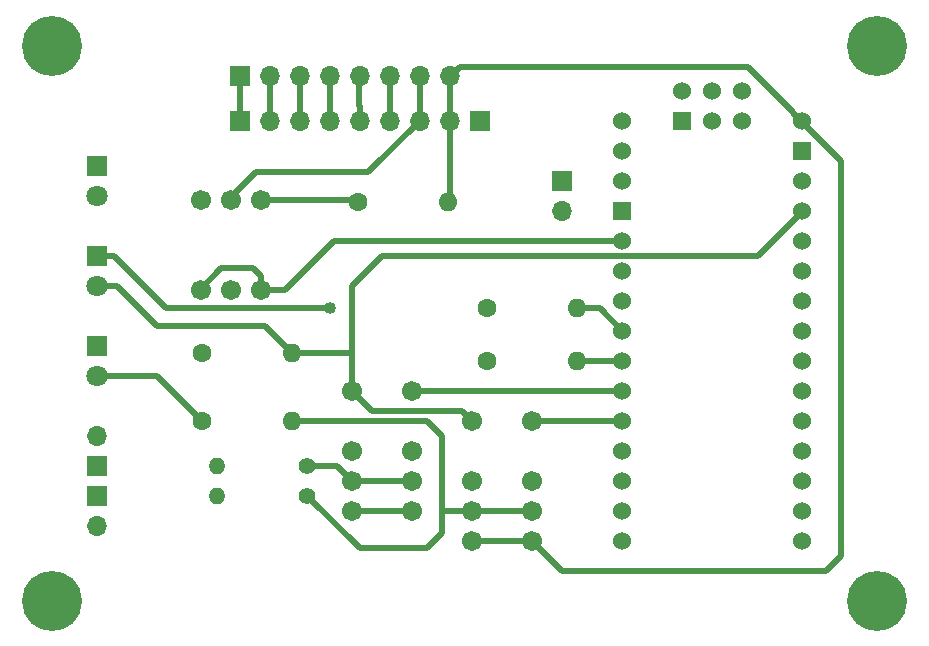
<source format=gbr>
G04 #@! TF.GenerationSoftware,KiCad,Pcbnew,(5.0.2)-1*
G04 #@! TF.CreationDate,2020-10-15T01:05:58-04:00*
G04 #@! TF.ProjectId,Sequencer,53657175-656e-4636-9572-2e6b69636164,TTGO V-2.8*
G04 #@! TF.SameCoordinates,Original*
G04 #@! TF.FileFunction,Copper,L1,Top*
G04 #@! TF.FilePolarity,Positive*
%FSLAX46Y46*%
G04 Gerber Fmt 4.6, Leading zero omitted, Abs format (unit mm)*
G04 Created by KiCad (PCBNEW (5.0.2)-1) date 10/15/2020 1:05:58 AM*
%MOMM*%
%LPD*%
G01*
G04 APERTURE LIST*
G04 #@! TA.AperFunction,ComponentPad*
%ADD10R,1.700000X1.700000*%
G04 #@! TD*
G04 #@! TA.AperFunction,ComponentPad*
%ADD11O,1.700000X1.700000*%
G04 #@! TD*
G04 #@! TA.AperFunction,ComponentPad*
%ADD12O,1.400000X1.400000*%
G04 #@! TD*
G04 #@! TA.AperFunction,ComponentPad*
%ADD13C,1.400000*%
G04 #@! TD*
G04 #@! TA.AperFunction,ComponentPad*
%ADD14C,1.701800*%
G04 #@! TD*
G04 #@! TA.AperFunction,ComponentPad*
%ADD15R,1.800000X1.800000*%
G04 #@! TD*
G04 #@! TA.AperFunction,ComponentPad*
%ADD16C,1.800000*%
G04 #@! TD*
G04 #@! TA.AperFunction,ComponentPad*
%ADD17C,1.600000*%
G04 #@! TD*
G04 #@! TA.AperFunction,ComponentPad*
%ADD18O,1.600000X1.600000*%
G04 #@! TD*
G04 #@! TA.AperFunction,ComponentPad*
%ADD19C,5.080000*%
G04 #@! TD*
G04 #@! TA.AperFunction,ComponentPad*
%ADD20C,1.524000*%
G04 #@! TD*
G04 #@! TA.AperFunction,ComponentPad*
%ADD21R,1.524000X1.524000*%
G04 #@! TD*
G04 #@! TA.AperFunction,ViaPad*
%ADD22C,1.016000*%
G04 #@! TD*
G04 #@! TA.AperFunction,Conductor*
%ADD23C,0.508000*%
G04 #@! TD*
G04 APERTURE END LIST*
D10*
G04 #@! TO.P,SW2,1*
G04 #@! TO.N,Net-(SW2-Pad1)*
X72390000Y-44450000D03*
D11*
G04 #@! TO.P,SW2,2*
G04 #@! TO.N,GND*
X72390000Y-46990000D03*
G04 #@! TD*
D12*
G04 #@! TO.P,FB2,2*
G04 #@! TO.N,Net-(FB2-Pad2)*
X43180000Y-71120000D03*
D13*
G04 #@! TO.P,FB2,1*
G04 #@! TO.N,/PREAMP_PWR*
X50800000Y-71120000D03*
G04 #@! TD*
G04 #@! TO.P,FB1,1*
G04 #@! TO.N,/SB-200_KEY*
X50800000Y-68580000D03*
D12*
G04 #@! TO.P,FB1,2*
G04 #@! TO.N,Net-(FB1-Pad2)*
X43180000Y-68580000D03*
G04 #@! TD*
D10*
G04 #@! TO.P,J5,1*
G04 #@! TO.N,GND*
X65405000Y-39370000D03*
G04 #@! TD*
D11*
G04 #@! TO.P,J3,2*
G04 #@! TO.N,GND*
X33020000Y-73660000D03*
D10*
G04 #@! TO.P,J3,1*
G04 #@! TO.N,Net-(FB2-Pad2)*
X33020000Y-71120000D03*
G04 #@! TD*
D14*
G04 #@! TO.P,K2,12*
G04 #@! TO.N,Net-(K2-Pad12)*
X69850000Y-64770000D03*
G04 #@! TO.P,K2,10*
G04 #@! TO.N,Net-(K2-Pad10)*
X69850000Y-69850000D03*
G04 #@! TO.P,K2,9*
G04 #@! TO.N,/PREAMP_PWR*
X69850000Y-72390000D03*
G04 #@! TO.P,K2,8*
G04 #@! TO.N,/+13V*
X69850000Y-74930000D03*
G04 #@! TO.P,K2,5*
X64770000Y-74930000D03*
G04 #@! TO.P,K2,4*
G04 #@! TO.N,/PREAMP_PWR*
X64770000Y-72390000D03*
G04 #@! TO.P,K2,3*
G04 #@! TO.N,Net-(K2-Pad3)*
X64770000Y-69850000D03*
G04 #@! TO.P,K2,1*
G04 #@! TO.N,/+5V*
X64770000Y-64770000D03*
G04 #@! TD*
D15*
G04 #@! TO.P,D3,1*
G04 #@! TO.N,GND*
X33020000Y-58420000D03*
D16*
G04 #@! TO.P,D3,2*
G04 #@! TO.N,Net-(D3-Pad2)*
X33020000Y-60960000D03*
G04 #@! TD*
D17*
G04 #@! TO.P,R5,1*
G04 #@! TO.N,Net-(D3-Pad2)*
X41910000Y-64770000D03*
D18*
G04 #@! TO.P,R5,2*
G04 #@! TO.N,/PREAMP_PWR*
X49530000Y-64770000D03*
G04 #@! TD*
D10*
G04 #@! TO.P,J2,1*
G04 #@! TO.N,Net-(FB1-Pad2)*
X33020000Y-68580000D03*
D11*
G04 #@! TO.P,J2,2*
G04 #@! TO.N,GND*
X33020000Y-66040000D03*
G04 #@! TD*
D10*
G04 #@! TO.P,J4,1*
G04 #@! TO.N,/TX_INH*
X45085000Y-35560000D03*
D11*
G04 #@! TO.P,J4,2*
G04 #@! TO.N,Net-(J1-Pad2)*
X47625000Y-35560000D03*
G04 #@! TO.P,J4,3*
G04 #@! TO.N,Net-(J1-Pad3)*
X50165000Y-35560000D03*
G04 #@! TO.P,J4,4*
G04 #@! TO.N,Net-(J1-Pad4)*
X52705000Y-35560000D03*
G04 #@! TO.P,J4,5*
G04 #@! TO.N,Net-(J1-Pad5)*
X55245000Y-35560000D03*
G04 #@! TO.P,J4,6*
G04 #@! TO.N,GND*
X57785000Y-35560000D03*
G04 #@! TO.P,J4,7*
G04 #@! TO.N,/PTT*
X60325000Y-35560000D03*
G04 #@! TO.P,J4,8*
G04 #@! TO.N,/+13V*
X62865000Y-35560000D03*
G04 #@! TD*
D19*
G04 #@! TO.P,H4,1*
G04 #@! TO.N,GND*
X99060000Y-33020000D03*
G04 #@! TD*
G04 #@! TO.P,H3,1*
G04 #@! TO.N,GND*
X29210000Y-80010000D03*
G04 #@! TD*
G04 #@! TO.P,H2,1*
G04 #@! TO.N,GND*
X99060000Y-80010000D03*
G04 #@! TD*
G04 #@! TO.P,H1,1*
G04 #@! TO.N,GND*
X29210000Y-33020000D03*
G04 #@! TD*
D20*
G04 #@! TO.P,U2,D12*
G04 #@! TO.N,Net-(U2-PadD12)*
X77470000Y-74930000D03*
G04 #@! TO.P,U2,D11*
G04 #@! TO.N,Net-(U2-PadD11)*
X77470000Y-72390000D03*
G04 #@! TO.P,U2,D10*
G04 #@! TO.N,Net-(U2-PadD10)*
X77470000Y-69850000D03*
G04 #@! TO.P,U2,D9*
G04 #@! TO.N,Net-(SW2-Pad1)*
X77470000Y-67310000D03*
G04 #@! TO.P,U2,D8*
G04 #@! TO.N,Net-(K2-Pad12)*
X77470000Y-64770000D03*
G04 #@! TO.P,U2,D7*
G04 #@! TO.N,Net-(K1-Pad12)*
X77470000Y-62230000D03*
G04 #@! TO.P,U2,D6*
G04 #@! TO.N,Net-(R4-Pad2)*
X77470000Y-59690000D03*
G04 #@! TO.P,U2,D5*
G04 #@! TO.N,Net-(R3-Pad2)*
X77470000Y-57150000D03*
G04 #@! TO.P,U2,D4*
G04 #@! TO.N,/TX_INH*
X77470000Y-54610000D03*
G04 #@! TO.P,U2,D3*
G04 #@! TO.N,Net-(U2-PadD3)*
X77470000Y-52070000D03*
G04 #@! TO.P,U2,D2*
G04 #@! TO.N,/TX_GROUND*
X77470000Y-49530000D03*
D21*
G04 #@! TO.P,U2,GND*
G04 #@! TO.N,GND*
X77470000Y-46990000D03*
D20*
G04 #@! TO.P,U2,RST_2*
G04 #@! TO.N,Net-(U2-PadRST_2)*
X77470000Y-44450000D03*
G04 #@! TO.P,U2,D0*
G04 #@! TO.N,Net-(U2-PadD0)*
X77470000Y-41910000D03*
G04 #@! TO.P,U2,D1*
G04 #@! TO.N,Net-(U2-PadD1)*
X77470000Y-39370000D03*
G04 #@! TO.P,U2,VIN*
G04 #@! TO.N,/+13V*
X92710000Y-39370000D03*
D21*
G04 #@! TO.P,U2,GND*
G04 #@! TO.N,GND*
X92710000Y-41910000D03*
D20*
G04 #@! TO.P,U2,RST_1*
G04 #@! TO.N,Net-(U2-PadRST_1)*
X92710000Y-44450000D03*
G04 #@! TO.P,U2,5V_1*
G04 #@! TO.N,/+5V*
X92710000Y-46990000D03*
G04 #@! TO.P,U2,A7*
G04 #@! TO.N,Net-(U2-PadA7)*
X92710000Y-49530000D03*
G04 #@! TO.P,U2,A6*
G04 #@! TO.N,Net-(U2-PadA6)*
X92710000Y-52070000D03*
G04 #@! TO.P,U2,A5*
G04 #@! TO.N,Net-(U2-PadA5)*
X92710000Y-54610000D03*
G04 #@! TO.P,U2,A4*
G04 #@! TO.N,Net-(U2-PadA4)*
X92710000Y-57150000D03*
G04 #@! TO.P,U2,A3*
G04 #@! TO.N,Net-(U2-PadA3)*
X92710000Y-59690000D03*
G04 #@! TO.P,U2,A2*
G04 #@! TO.N,Net-(U2-PadA2)*
X92710000Y-62230000D03*
G04 #@! TO.P,U2,A1*
G04 #@! TO.N,Net-(U2-PadA1)*
X92710000Y-64770000D03*
G04 #@! TO.P,U2,A0*
G04 #@! TO.N,Net-(U2-PadA0)*
X92710000Y-67310000D03*
G04 #@! TO.P,U2,AREF*
G04 #@! TO.N,Net-(U2-PadAREF)*
X92710000Y-69850000D03*
G04 #@! TO.P,U2,3V3*
G04 #@! TO.N,Net-(U2-Pad3V3)*
X92710000Y-72390000D03*
G04 #@! TO.P,U2,D13*
G04 #@! TO.N,Net-(U2-PadD13)*
X92710000Y-74930000D03*
G04 #@! TO.P,U2,RST_3*
G04 #@! TO.N,Net-(U2-PadRST_3)*
X82550000Y-36830000D03*
D21*
G04 #@! TO.P,U2,GND*
G04 #@! TO.N,GND*
X82550000Y-39370000D03*
D20*
G04 #@! TO.P,U2,SCK*
G04 #@! TO.N,Net-(U2-PadSCK)*
X85090000Y-36830000D03*
G04 #@! TO.P,U2,MOSI*
G04 #@! TO.N,Net-(U2-PadMOSI)*
X85090000Y-39370000D03*
G04 #@! TO.P,U2,MISO*
G04 #@! TO.N,Net-(U2-PadMISO)*
X87630000Y-36830000D03*
G04 #@! TO.P,U2,5V_2*
G04 #@! TO.N,Net-(U2-Pad5V_2)*
X87630000Y-39370000D03*
G04 #@! TD*
D14*
G04 #@! TO.P,K1,1*
G04 #@! TO.N,/+5V*
X54610000Y-62230000D03*
G04 #@! TO.P,K1,3*
G04 #@! TO.N,Net-(K1-Pad3)*
X54610000Y-67310000D03*
G04 #@! TO.P,K1,4*
G04 #@! TO.N,/SB-200_KEY*
X54610000Y-69850000D03*
G04 #@! TO.P,K1,5*
G04 #@! TO.N,GND*
X54610000Y-72390000D03*
G04 #@! TO.P,K1,8*
X59690000Y-72390000D03*
G04 #@! TO.P,K1,9*
G04 #@! TO.N,/SB-200_KEY*
X59690000Y-69850000D03*
G04 #@! TO.P,K1,10*
G04 #@! TO.N,Net-(K1-Pad10)*
X59690000Y-67310000D03*
G04 #@! TO.P,K1,12*
G04 #@! TO.N,Net-(K1-Pad12)*
X59690000Y-62230000D03*
G04 #@! TD*
G04 #@! TO.P,U1,6*
G04 #@! TO.N,/TX_GROUND*
X46863000Y-53721000D03*
G04 #@! TO.P,U1,3*
G04 #@! TO.N,Net-(U1-Pad3)*
X41783000Y-46101000D03*
G04 #@! TO.P,U1,5*
G04 #@! TO.N,GND*
X44323000Y-53721000D03*
G04 #@! TO.P,U1,2*
G04 #@! TO.N,/PTT*
X44323000Y-46101000D03*
G04 #@! TO.P,U1,4*
G04 #@! TO.N,/TX_GROUND*
X41783000Y-53721000D03*
G04 #@! TO.P,U1,1*
G04 #@! TO.N,Net-(R1-Pad1)*
X46863000Y-46101000D03*
G04 #@! TD*
D11*
G04 #@! TO.P,J1,8*
G04 #@! TO.N,/+13V*
X62865000Y-39370000D03*
G04 #@! TO.P,J1,7*
G04 #@! TO.N,/PTT*
X60325000Y-39370000D03*
G04 #@! TO.P,J1,6*
G04 #@! TO.N,GND*
X57785000Y-39370000D03*
G04 #@! TO.P,J1,5*
G04 #@! TO.N,Net-(J1-Pad5)*
X55245000Y-39370000D03*
G04 #@! TO.P,J1,4*
G04 #@! TO.N,Net-(J1-Pad4)*
X52705000Y-39370000D03*
G04 #@! TO.P,J1,3*
G04 #@! TO.N,Net-(J1-Pad3)*
X50165000Y-39370000D03*
G04 #@! TO.P,J1,2*
G04 #@! TO.N,Net-(J1-Pad2)*
X47625000Y-39370000D03*
D10*
G04 #@! TO.P,J1,1*
G04 #@! TO.N,/TX_INH*
X45085000Y-39370000D03*
G04 #@! TD*
D16*
G04 #@! TO.P,D1,2*
G04 #@! TO.N,/+5V*
X33020000Y-45720000D03*
D15*
G04 #@! TO.P,D1,1*
G04 #@! TO.N,Net-(D1-Pad1)*
X33020000Y-43180000D03*
G04 #@! TD*
G04 #@! TO.P,D2,1*
G04 #@! TO.N,Net-(D2-Pad1)*
X33020000Y-50800000D03*
D16*
G04 #@! TO.P,D2,2*
G04 #@! TO.N,/+5V*
X33020000Y-53340000D03*
G04 #@! TD*
D18*
G04 #@! TO.P,R2,2*
G04 #@! TO.N,/+5V*
X49530000Y-59055000D03*
D17*
G04 #@! TO.P,R2,1*
G04 #@! TO.N,/TX_GROUND*
X41910000Y-59055000D03*
G04 #@! TD*
G04 #@! TO.P,R3,1*
G04 #@! TO.N,Net-(D1-Pad1)*
X66040000Y-55245000D03*
D18*
G04 #@! TO.P,R3,2*
G04 #@! TO.N,Net-(R3-Pad2)*
X73660000Y-55245000D03*
G04 #@! TD*
G04 #@! TO.P,R4,2*
G04 #@! TO.N,Net-(R4-Pad2)*
X73660000Y-59690000D03*
D17*
G04 #@! TO.P,R4,1*
G04 #@! TO.N,Net-(D2-Pad1)*
X66040000Y-59690000D03*
G04 #@! TD*
G04 #@! TO.P,R1,1*
G04 #@! TO.N,Net-(R1-Pad1)*
X55118000Y-46228000D03*
D18*
G04 #@! TO.P,R1,2*
G04 #@! TO.N,/+13V*
X62738000Y-46228000D03*
G04 #@! TD*
D22*
G04 #@! TO.N,Net-(D2-Pad1)*
X52705000Y-55245000D03*
G04 #@! TD*
D23*
G04 #@! TO.N,GND*
X54610000Y-72390000D02*
X59690000Y-72390000D01*
X57785000Y-39370000D02*
X57785000Y-35598100D01*
X57785000Y-35598100D02*
X57746900Y-35560000D01*
G04 #@! TO.N,Net-(R1-Pad1)*
X46863000Y-46101000D02*
X55041800Y-46101000D01*
X55041800Y-46101000D02*
X55105300Y-46164500D01*
G04 #@! TO.N,/TX_GROUND*
X46863000Y-53721000D02*
X48895000Y-53721000D01*
X48895000Y-53721000D02*
X53086000Y-49530000D01*
X53086000Y-49530000D02*
X77470000Y-49530000D01*
X46863000Y-52517646D02*
X46228000Y-51882646D01*
X46863000Y-53721000D02*
X46863000Y-52517646D01*
X46228000Y-51882646D02*
X43500646Y-51882646D01*
X43500646Y-51882646D02*
X41789292Y-53594000D01*
X41789292Y-53594000D02*
X41656000Y-53594000D01*
G04 #@! TO.N,/+5V*
X89001600Y-50800000D02*
X92811600Y-46990000D01*
X57150000Y-50800000D02*
X89001600Y-50800000D01*
X54610000Y-53340000D02*
X57150000Y-50800000D01*
X49530000Y-59055000D02*
X54610000Y-59055000D01*
X54610000Y-62230000D02*
X54610000Y-59055000D01*
X54610000Y-59055000D02*
X54610000Y-53340000D01*
X56299101Y-63919101D02*
X55460899Y-63080899D01*
X64770000Y-64770000D02*
X63919101Y-63919101D01*
X63919101Y-63919101D02*
X56299101Y-63919101D01*
X55460899Y-63080899D02*
X54610000Y-62230000D01*
X47254999Y-56779999D02*
X48730001Y-58255001D01*
X48730001Y-58255001D02*
X49530000Y-59055000D01*
X34660001Y-53340000D02*
X38100000Y-56779999D01*
X33020000Y-53340000D02*
X34660001Y-53340000D01*
X38100000Y-56779999D02*
X47254999Y-56779999D01*
G04 #@! TO.N,/TX_INH*
X45085000Y-39370000D02*
X45085000Y-35496500D01*
G04 #@! TO.N,Net-(J1-Pad2)*
X47625000Y-39370000D02*
X47625000Y-35521900D01*
X47625000Y-35521900D02*
X47599600Y-35496500D01*
G04 #@! TO.N,Net-(J1-Pad3)*
X50165000Y-39370000D02*
X50165000Y-38167919D01*
X50165000Y-38167919D02*
X50165000Y-35572700D01*
G04 #@! TO.N,Net-(J1-Pad5)*
X55245000Y-38167919D02*
X55232300Y-38155219D01*
X55245000Y-39370000D02*
X55245000Y-38167919D01*
X55232300Y-38155219D02*
X55232300Y-35572700D01*
G04 #@! TO.N,/PTT*
X46482000Y-43688000D02*
X44196000Y-45974000D01*
X60325000Y-39370000D02*
X60325000Y-35560000D01*
X55219600Y-43688000D02*
X55994300Y-43688000D01*
X55219600Y-43688000D02*
X46482000Y-43688000D01*
X55476842Y-43688000D02*
X55219600Y-43688000D01*
X55994300Y-43688000D02*
X60401200Y-39281100D01*
G04 #@! TO.N,/SB-200_KEY*
X54610000Y-69850000D02*
X59690000Y-69850000D01*
X53340000Y-68580000D02*
X54610000Y-69850000D01*
X50800000Y-68580000D02*
X53340000Y-68580000D01*
G04 #@! TO.N,Net-(K1-Pad12)*
X59690000Y-62230000D02*
X77470000Y-62230000D01*
G04 #@! TO.N,Net-(K2-Pad12)*
X69850000Y-64770000D02*
X77470000Y-64770000D01*
G04 #@! TO.N,/PREAMP_PWR*
X64770000Y-72390000D02*
X69850000Y-72390000D01*
X49530000Y-64770000D02*
X60960000Y-64770000D01*
X60960000Y-64770000D02*
X62230000Y-66040000D01*
X62230000Y-69850000D02*
X62230000Y-70485000D01*
X62230000Y-66040000D02*
X62230000Y-69850000D01*
X60960000Y-75565000D02*
X62230000Y-74295000D01*
X64770000Y-72390000D02*
X62230000Y-72390000D01*
X62230000Y-74295000D02*
X62230000Y-72390000D01*
X62230000Y-72390000D02*
X62230000Y-69850000D01*
X55245000Y-75565000D02*
X60960000Y-75565000D01*
X50800000Y-71120000D02*
X55245000Y-75565000D01*
G04 #@! TO.N,/+13V*
X88138000Y-34798000D02*
X91948001Y-38608001D01*
X62865000Y-39370000D02*
X62865000Y-35521900D01*
X62865000Y-35521900D02*
X62839600Y-35496500D01*
X62865000Y-40572081D02*
X62903100Y-40610181D01*
X62865000Y-39370000D02*
X62865000Y-40572081D01*
X62903100Y-40610181D02*
X62903100Y-46037500D01*
X62903100Y-46037500D02*
X62699900Y-46240700D01*
X88138000Y-34798000D02*
X63779400Y-34798000D01*
X63779400Y-34798000D02*
X63068200Y-35509200D01*
X63068200Y-35509200D02*
X63068200Y-35547300D01*
X91948001Y-38709599D02*
X93243402Y-40005000D01*
X91948001Y-38608001D02*
X91948001Y-38709599D01*
X96012000Y-42773598D02*
X93243402Y-40005000D01*
X93243402Y-40005000D02*
X92608402Y-39370000D01*
X64770000Y-74930000D02*
X69850000Y-74930000D01*
X94742000Y-77470000D02*
X96012000Y-76200000D01*
X72390000Y-77470000D02*
X94742000Y-77470000D01*
X69850000Y-74930000D02*
X72390000Y-77470000D01*
X96012000Y-76200000D02*
X96012000Y-42773598D01*
G04 #@! TO.N,Net-(U2-PadRST_2)*
X77444600Y-44437300D02*
X77393800Y-44437300D01*
G04 #@! TO.N,Net-(D2-Pad1)*
X38873000Y-55245000D02*
X40640000Y-55245000D01*
X34428000Y-50800000D02*
X38873000Y-55245000D01*
X33020000Y-50800000D02*
X34428000Y-50800000D01*
X40640000Y-55245000D02*
X52705000Y-55245000D01*
G04 #@! TO.N,Net-(J1-Pad4)*
X52705000Y-39370000D02*
X52705000Y-38167919D01*
X52705000Y-38167919D02*
X52705000Y-35509200D01*
G04 #@! TO.N,Net-(D3-Pad2)*
X33020000Y-60960000D02*
X38100000Y-60960000D01*
X38100000Y-60960000D02*
X41910000Y-64770000D01*
G04 #@! TO.N,Net-(R4-Pad2)*
X73660000Y-59690000D02*
X77470000Y-59690000D01*
G04 #@! TO.N,Net-(R3-Pad2)*
X73660000Y-55245000D02*
X75565000Y-55245000D01*
X75565000Y-55245000D02*
X77470000Y-57150000D01*
G04 #@! TD*
M02*

</source>
